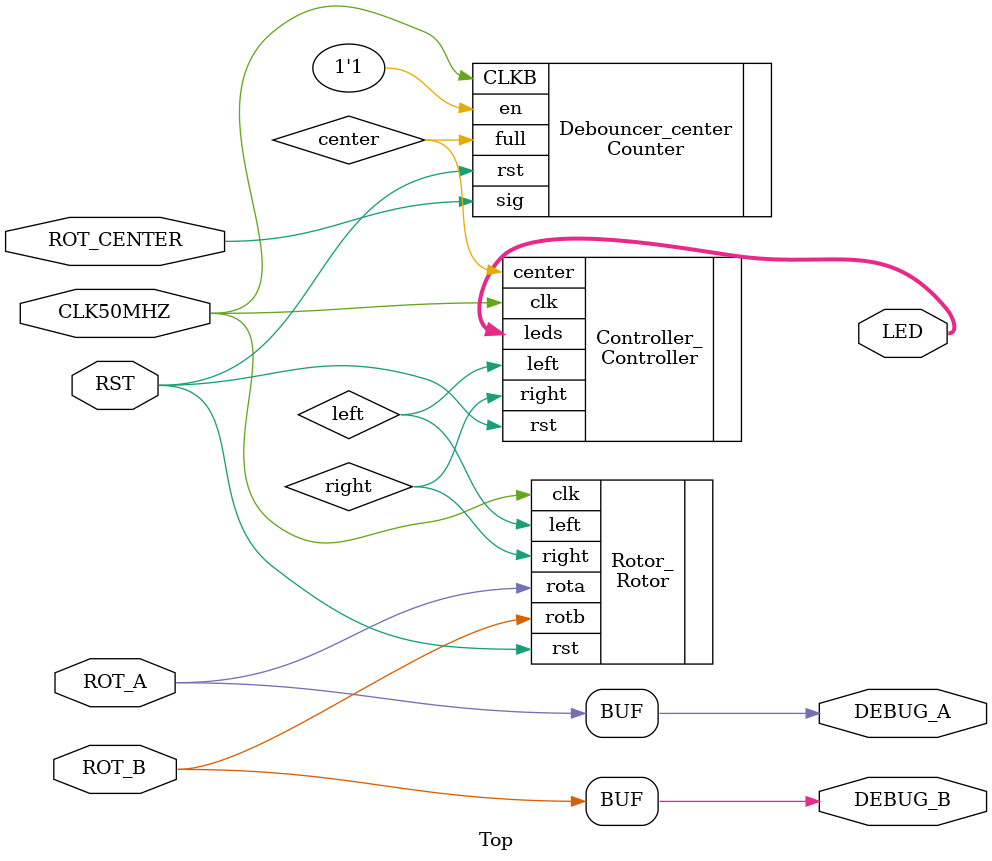
<source format=v>
module Top (
    input        CLK50MHZ,
    input        RST,
    // rotor control
    input        ROT_CENTER,
    input        ROT_A,
    input        ROT_B,
    // leds
    output [7:0] LED,
    output       DEBUG_A,
    output       DEBUG_B
    );


    wire center;
    Counter #(
`ifdef SIM
        .MAX(10)
`else
        .MAX(10_000_000)
`endif
        ) Debouncer_center (
        .CLKB(CLK50MHZ),
        .en(1'b1),
        .rst(RST),
        .sig(ROT_CENTER),
        .full(center)
    );

    wire left;
    wire right;
    Rotor Rotor_ (
        .clk(CLK50MHZ),
        .rst(RST),
        // inputs
        .rota(ROT_A),
        .rotb(ROT_B),
        // outputs direction
        .left(left),
        .right(right)
    );

    Controller Controller_(
        .clk(CLK50MHZ),
        .rst(RST),
        // tick inputs
        .center(center),
        .left(left),
        .right(right),
        // debug
        .leds(LED)
    );

    assign DEBUG_A = ROT_A;
    assign DEBUG_B = ROT_B;

endmodule

</source>
